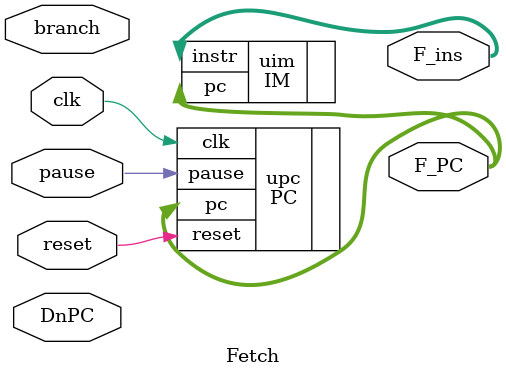
<source format=v>
module Fetch(
    input clk, reset, pause,
    input branch,
    input [31:0] DnPC,
    output [31:0] F_ins, F_PC
);
    
    wire [31:0] nPC = branch ? DnPC : (F_PC + 4);

    PC upc(
        // input
        .pc(nPC),
        .reset(reset),
        .clk(clk),
        .pause(pause),
        // output
        .pc(F_PC)
    );

    // NPC unpc(
    //     // inp
    //     .pc(F_PC),
    //     .nPC_sel(nPC_sel),
    //     .imm32(imm32),
    //     .imm26(imm26),
    //     .reg_ra(reg_ra),
    //     // outp
    //     .npc(nPC)
    // );

    IM uim(
        // inp
        .pc(F_PC),
        // outp
        .instr(F_ins)
    );





endmodule
</source>
